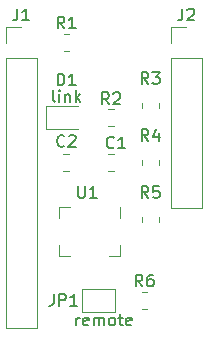
<source format=gto>
G04 #@! TF.GenerationSoftware,KiCad,Pcbnew,6.0.6-3a73a75311~116~ubuntu22.04.1*
G04 #@! TF.CreationDate,2022-07-16T09:42:50-04:00*
G04 #@! TF.ProjectId,ltc4332_breakout,6c746334-3333-4325-9f62-7265616b6f75,0*
G04 #@! TF.SameCoordinates,Original*
G04 #@! TF.FileFunction,Legend,Top*
G04 #@! TF.FilePolarity,Positive*
%FSLAX46Y46*%
G04 Gerber Fmt 4.6, Leading zero omitted, Abs format (unit mm)*
G04 Created by KiCad (PCBNEW 6.0.6-3a73a75311~116~ubuntu22.04.1) date 2022-07-16 09:42:50*
%MOMM*%
%LPD*%
G01*
G04 APERTURE LIST*
%ADD10C,0.150000*%
%ADD11C,0.120000*%
%ADD12R,1.700000X1.700000*%
%ADD13O,1.700000X1.700000*%
%ADD14C,5.600000*%
%ADD15R,3.650000X2.650000*%
G04 APERTURE END LIST*
D10*
X144986666Y-114752380D02*
X144986666Y-114085714D01*
X144986666Y-114276190D02*
X145034285Y-114180952D01*
X145081904Y-114133333D01*
X145177142Y-114085714D01*
X145272380Y-114085714D01*
X145986666Y-114704761D02*
X145891428Y-114752380D01*
X145700952Y-114752380D01*
X145605714Y-114704761D01*
X145558095Y-114609523D01*
X145558095Y-114228571D01*
X145605714Y-114133333D01*
X145700952Y-114085714D01*
X145891428Y-114085714D01*
X145986666Y-114133333D01*
X146034285Y-114228571D01*
X146034285Y-114323809D01*
X145558095Y-114419047D01*
X146462857Y-114752380D02*
X146462857Y-114085714D01*
X146462857Y-114180952D02*
X146510476Y-114133333D01*
X146605714Y-114085714D01*
X146748571Y-114085714D01*
X146843809Y-114133333D01*
X146891428Y-114228571D01*
X146891428Y-114752380D01*
X146891428Y-114228571D02*
X146939047Y-114133333D01*
X147034285Y-114085714D01*
X147177142Y-114085714D01*
X147272380Y-114133333D01*
X147320000Y-114228571D01*
X147320000Y-114752380D01*
X147939047Y-114752380D02*
X147843809Y-114704761D01*
X147796190Y-114657142D01*
X147748571Y-114561904D01*
X147748571Y-114276190D01*
X147796190Y-114180952D01*
X147843809Y-114133333D01*
X147939047Y-114085714D01*
X148081904Y-114085714D01*
X148177142Y-114133333D01*
X148224761Y-114180952D01*
X148272380Y-114276190D01*
X148272380Y-114561904D01*
X148224761Y-114657142D01*
X148177142Y-114704761D01*
X148081904Y-114752380D01*
X147939047Y-114752380D01*
X148558095Y-114085714D02*
X148939047Y-114085714D01*
X148700952Y-113752380D02*
X148700952Y-114609523D01*
X148748571Y-114704761D01*
X148843809Y-114752380D01*
X148939047Y-114752380D01*
X149653333Y-114704761D02*
X149558095Y-114752380D01*
X149367619Y-114752380D01*
X149272380Y-114704761D01*
X149224761Y-114609523D01*
X149224761Y-114228571D01*
X149272380Y-114133333D01*
X149367619Y-114085714D01*
X149558095Y-114085714D01*
X149653333Y-114133333D01*
X149700952Y-114228571D01*
X149700952Y-114323809D01*
X149224761Y-114419047D01*
X143168809Y-95829380D02*
X143073571Y-95781761D01*
X143025952Y-95686523D01*
X143025952Y-94829380D01*
X143549761Y-95829380D02*
X143549761Y-95162714D01*
X143549761Y-94829380D02*
X143502142Y-94877000D01*
X143549761Y-94924619D01*
X143597380Y-94877000D01*
X143549761Y-94829380D01*
X143549761Y-94924619D01*
X144025952Y-95162714D02*
X144025952Y-95829380D01*
X144025952Y-95257952D02*
X144073571Y-95210333D01*
X144168809Y-95162714D01*
X144311666Y-95162714D01*
X144406904Y-95210333D01*
X144454523Y-95305571D01*
X144454523Y-95829380D01*
X144930714Y-95829380D02*
X144930714Y-94829380D01*
X145025952Y-95448428D02*
X145311666Y-95829380D01*
X145311666Y-95162714D02*
X144930714Y-95543666D01*
X140001666Y-87927380D02*
X140001666Y-88641666D01*
X139954047Y-88784523D01*
X139858809Y-88879761D01*
X139715952Y-88927380D01*
X139620714Y-88927380D01*
X141001666Y-88927380D02*
X140430238Y-88927380D01*
X140715952Y-88927380D02*
X140715952Y-87927380D01*
X140620714Y-88070238D01*
X140525476Y-88165476D01*
X140430238Y-88213095D01*
X151090333Y-99131380D02*
X150757000Y-98655190D01*
X150518904Y-99131380D02*
X150518904Y-98131380D01*
X150899857Y-98131380D01*
X150995095Y-98179000D01*
X151042714Y-98226619D01*
X151090333Y-98321857D01*
X151090333Y-98464714D01*
X151042714Y-98559952D01*
X150995095Y-98607571D01*
X150899857Y-98655190D01*
X150518904Y-98655190D01*
X151947476Y-98464714D02*
X151947476Y-99131380D01*
X151709380Y-98083761D02*
X151471285Y-98798047D01*
X152090333Y-98798047D01*
X148169333Y-99671142D02*
X148121714Y-99718761D01*
X147978857Y-99766380D01*
X147883619Y-99766380D01*
X147740761Y-99718761D01*
X147645523Y-99623523D01*
X147597904Y-99528285D01*
X147550285Y-99337809D01*
X147550285Y-99194952D01*
X147597904Y-99004476D01*
X147645523Y-98909238D01*
X147740761Y-98814000D01*
X147883619Y-98766380D01*
X147978857Y-98766380D01*
X148121714Y-98814000D01*
X148169333Y-98861619D01*
X149121714Y-99766380D02*
X148550285Y-99766380D01*
X148836000Y-99766380D02*
X148836000Y-98766380D01*
X148740761Y-98909238D01*
X148645523Y-99004476D01*
X148550285Y-99052095D01*
X153971666Y-87927380D02*
X153971666Y-88641666D01*
X153924047Y-88784523D01*
X153828809Y-88879761D01*
X153685952Y-88927380D01*
X153590714Y-88927380D01*
X154400238Y-88022619D02*
X154447857Y-87975000D01*
X154543095Y-87927380D01*
X154781190Y-87927380D01*
X154876428Y-87975000D01*
X154924047Y-88022619D01*
X154971666Y-88117857D01*
X154971666Y-88213095D01*
X154924047Y-88355952D01*
X154352619Y-88927380D01*
X154971666Y-88927380D01*
X151090333Y-94310380D02*
X150757000Y-93834190D01*
X150518904Y-94310380D02*
X150518904Y-93310380D01*
X150899857Y-93310380D01*
X150995095Y-93358000D01*
X151042714Y-93405619D01*
X151090333Y-93500857D01*
X151090333Y-93643714D01*
X151042714Y-93738952D01*
X150995095Y-93786571D01*
X150899857Y-93834190D01*
X150518904Y-93834190D01*
X151423666Y-93310380D02*
X152042714Y-93310380D01*
X151709380Y-93691333D01*
X151852238Y-93691333D01*
X151947476Y-93738952D01*
X151995095Y-93786571D01*
X152042714Y-93881809D01*
X152042714Y-94119904D01*
X151995095Y-94215142D01*
X151947476Y-94262761D01*
X151852238Y-94310380D01*
X151566523Y-94310380D01*
X151471285Y-94262761D01*
X151423666Y-94215142D01*
X147750833Y-96032580D02*
X147417500Y-95556390D01*
X147179404Y-96032580D02*
X147179404Y-95032580D01*
X147560357Y-95032580D01*
X147655595Y-95080200D01*
X147703214Y-95127819D01*
X147750833Y-95223057D01*
X147750833Y-95365914D01*
X147703214Y-95461152D01*
X147655595Y-95508771D01*
X147560357Y-95556390D01*
X147179404Y-95556390D01*
X148131785Y-95127819D02*
X148179404Y-95080200D01*
X148274642Y-95032580D01*
X148512738Y-95032580D01*
X148607976Y-95080200D01*
X148655595Y-95127819D01*
X148703214Y-95223057D01*
X148703214Y-95318295D01*
X148655595Y-95461152D01*
X148084166Y-96032580D01*
X148703214Y-96032580D01*
X143406904Y-94432380D02*
X143406904Y-93432380D01*
X143645000Y-93432380D01*
X143787857Y-93480000D01*
X143883095Y-93575238D01*
X143930714Y-93670476D01*
X143978333Y-93860952D01*
X143978333Y-94003809D01*
X143930714Y-94194285D01*
X143883095Y-94289523D01*
X143787857Y-94384761D01*
X143645000Y-94432380D01*
X143406904Y-94432380D01*
X144930714Y-94432380D02*
X144359285Y-94432380D01*
X144645000Y-94432380D02*
X144645000Y-93432380D01*
X144549761Y-93575238D01*
X144454523Y-93670476D01*
X144359285Y-93718095D01*
X145148595Y-102957380D02*
X145148595Y-103766904D01*
X145196214Y-103862142D01*
X145243833Y-103909761D01*
X145339071Y-103957380D01*
X145529547Y-103957380D01*
X145624785Y-103909761D01*
X145672404Y-103862142D01*
X145720023Y-103766904D01*
X145720023Y-102957380D01*
X146720023Y-103957380D02*
X146148595Y-103957380D01*
X146434309Y-103957380D02*
X146434309Y-102957380D01*
X146339071Y-103100238D01*
X146243833Y-103195476D01*
X146148595Y-103243095D01*
X143978333Y-99544142D02*
X143930714Y-99591761D01*
X143787857Y-99639380D01*
X143692619Y-99639380D01*
X143549761Y-99591761D01*
X143454523Y-99496523D01*
X143406904Y-99401285D01*
X143359285Y-99210809D01*
X143359285Y-99067952D01*
X143406904Y-98877476D01*
X143454523Y-98782238D01*
X143549761Y-98687000D01*
X143692619Y-98639380D01*
X143787857Y-98639380D01*
X143930714Y-98687000D01*
X143978333Y-98734619D01*
X144359285Y-98734619D02*
X144406904Y-98687000D01*
X144502142Y-98639380D01*
X144740238Y-98639380D01*
X144835476Y-98687000D01*
X144883095Y-98734619D01*
X144930714Y-98829857D01*
X144930714Y-98925095D01*
X144883095Y-99067952D01*
X144311666Y-99639380D01*
X144930714Y-99639380D01*
X151090333Y-103962380D02*
X150757000Y-103486190D01*
X150518904Y-103962380D02*
X150518904Y-102962380D01*
X150899857Y-102962380D01*
X150995095Y-103010000D01*
X151042714Y-103057619D01*
X151090333Y-103152857D01*
X151090333Y-103295714D01*
X151042714Y-103390952D01*
X150995095Y-103438571D01*
X150899857Y-103486190D01*
X150518904Y-103486190D01*
X151995095Y-102962380D02*
X151518904Y-102962380D01*
X151471285Y-103438571D01*
X151518904Y-103390952D01*
X151614142Y-103343333D01*
X151852238Y-103343333D01*
X151947476Y-103390952D01*
X151995095Y-103438571D01*
X152042714Y-103533809D01*
X152042714Y-103771904D01*
X151995095Y-103867142D01*
X151947476Y-103914761D01*
X151852238Y-103962380D01*
X151614142Y-103962380D01*
X151518904Y-103914761D01*
X151471285Y-103867142D01*
X143965833Y-89607380D02*
X143632500Y-89131190D01*
X143394404Y-89607380D02*
X143394404Y-88607380D01*
X143775357Y-88607380D01*
X143870595Y-88655000D01*
X143918214Y-88702619D01*
X143965833Y-88797857D01*
X143965833Y-88940714D01*
X143918214Y-89035952D01*
X143870595Y-89083571D01*
X143775357Y-89131190D01*
X143394404Y-89131190D01*
X144918214Y-89607380D02*
X144346785Y-89607380D01*
X144632500Y-89607380D02*
X144632500Y-88607380D01*
X144537261Y-88750238D01*
X144442023Y-88845476D01*
X144346785Y-88893095D01*
X143057666Y-112101380D02*
X143057666Y-112815666D01*
X143010047Y-112958523D01*
X142914809Y-113053761D01*
X142771952Y-113101380D01*
X142676714Y-113101380D01*
X143533857Y-113101380D02*
X143533857Y-112101380D01*
X143914809Y-112101380D01*
X144010047Y-112149000D01*
X144057666Y-112196619D01*
X144105285Y-112291857D01*
X144105285Y-112434714D01*
X144057666Y-112529952D01*
X144010047Y-112577571D01*
X143914809Y-112625190D01*
X143533857Y-112625190D01*
X145057666Y-113101380D02*
X144486238Y-113101380D01*
X144771952Y-113101380D02*
X144771952Y-112101380D01*
X144676714Y-112244238D01*
X144581476Y-112339476D01*
X144486238Y-112387095D01*
X150582333Y-111451380D02*
X150249000Y-110975190D01*
X150010904Y-111451380D02*
X150010904Y-110451380D01*
X150391857Y-110451380D01*
X150487095Y-110499000D01*
X150534714Y-110546619D01*
X150582333Y-110641857D01*
X150582333Y-110784714D01*
X150534714Y-110879952D01*
X150487095Y-110927571D01*
X150391857Y-110975190D01*
X150010904Y-110975190D01*
X151439476Y-110451380D02*
X151249000Y-110451380D01*
X151153761Y-110499000D01*
X151106142Y-110546619D01*
X151010904Y-110689476D01*
X150963285Y-110879952D01*
X150963285Y-111260904D01*
X151010904Y-111356142D01*
X151058523Y-111403761D01*
X151153761Y-111451380D01*
X151344238Y-111451380D01*
X151439476Y-111403761D01*
X151487095Y-111356142D01*
X151534714Y-111260904D01*
X151534714Y-111022809D01*
X151487095Y-110927571D01*
X151439476Y-110879952D01*
X151344238Y-110832333D01*
X151153761Y-110832333D01*
X151058523Y-110879952D01*
X151010904Y-110927571D01*
X150963285Y-111022809D01*
D11*
X139005000Y-92075000D02*
X139005000Y-114995000D01*
X139005000Y-90805000D02*
X139005000Y-89475000D01*
X139005000Y-114995000D02*
X141665000Y-114995000D01*
X139005000Y-89475000D02*
X140335000Y-89475000D01*
X141665000Y-92075000D02*
X141665000Y-114995000D01*
X139005000Y-92075000D02*
X141665000Y-92075000D01*
X151992000Y-100732936D02*
X151992000Y-101187064D01*
X150522000Y-100732936D02*
X150522000Y-101187064D01*
X147693748Y-100230000D02*
X148216252Y-100230000D01*
X147693748Y-101700000D02*
X148216252Y-101700000D01*
X152975000Y-92075000D02*
X152975000Y-104835000D01*
X152975000Y-104835000D02*
X155635000Y-104835000D01*
X152975000Y-90805000D02*
X152975000Y-89475000D01*
X155635000Y-92075000D02*
X155635000Y-104835000D01*
X152975000Y-92075000D02*
X155635000Y-92075000D01*
X152975000Y-89475000D02*
X154305000Y-89475000D01*
X150522000Y-95911936D02*
X150522000Y-96366064D01*
X151992000Y-95911936D02*
X151992000Y-96366064D01*
X148144564Y-96420000D02*
X147690436Y-96420000D01*
X148144564Y-97890000D02*
X147690436Y-97890000D01*
X145132500Y-96195000D02*
X142447500Y-96195000D01*
X142447500Y-98115000D02*
X145132500Y-98115000D01*
X142447500Y-96195000D02*
X142447500Y-98115000D01*
X148708500Y-105672000D02*
X148708500Y-104697000D01*
X143488500Y-107942000D02*
X143488500Y-108917000D01*
X148708500Y-107942000D02*
X148708500Y-108917000D01*
X143488500Y-108917000D02*
X144463500Y-108917000D01*
X148708500Y-108917000D02*
X147733500Y-108917000D01*
X143488500Y-105672000D02*
X143488500Y-104697000D01*
X143488500Y-104697000D02*
X144463500Y-104697000D01*
X144406252Y-100230000D02*
X143883748Y-100230000D01*
X144406252Y-101700000D02*
X143883748Y-101700000D01*
X151992000Y-106018064D02*
X151992000Y-105563936D01*
X150522000Y-106018064D02*
X150522000Y-105563936D01*
X143905436Y-90070000D02*
X144359564Y-90070000D01*
X143905436Y-91540000D02*
X144359564Y-91540000D01*
X148302000Y-113649000D02*
X145502000Y-113649000D01*
X145502000Y-111649000D02*
X148302000Y-111649000D01*
X148302000Y-111649000D02*
X148302000Y-113649000D01*
X145502000Y-113649000D02*
X145502000Y-111649000D01*
X150521936Y-113384000D02*
X150976064Y-113384000D01*
X150521936Y-111914000D02*
X150976064Y-111914000D01*
%LPC*%
D12*
X140335000Y-90805000D03*
D13*
X140335000Y-93345000D03*
X140335000Y-95885000D03*
X140335000Y-98425000D03*
X140335000Y-100965000D03*
X140335000Y-103505000D03*
X140335000Y-106045000D03*
X140335000Y-108585000D03*
X140335000Y-111125000D03*
X140335000Y-113665000D03*
G36*
G01*
X150807000Y-99535000D02*
X151707000Y-99535000D01*
G75*
G02*
X151957000Y-99785000I0J-250000D01*
G01*
X151957000Y-100310000D01*
G75*
G02*
X151707000Y-100560000I-250000J0D01*
G01*
X150807000Y-100560000D01*
G75*
G02*
X150557000Y-100310000I0J250000D01*
G01*
X150557000Y-99785000D01*
G75*
G02*
X150807000Y-99535000I250000J0D01*
G01*
G37*
G36*
G01*
X150807000Y-101360000D02*
X151707000Y-101360000D01*
G75*
G02*
X151957000Y-101610000I0J-250000D01*
G01*
X151957000Y-102135000D01*
G75*
G02*
X151707000Y-102385000I-250000J0D01*
G01*
X150807000Y-102385000D01*
G75*
G02*
X150557000Y-102135000I0J250000D01*
G01*
X150557000Y-101610000D01*
G75*
G02*
X150807000Y-101360000I250000J0D01*
G01*
G37*
G36*
G01*
X146505000Y-101440000D02*
X146505000Y-100490000D01*
G75*
G02*
X146755000Y-100240000I250000J0D01*
G01*
X147255000Y-100240000D01*
G75*
G02*
X147505000Y-100490000I0J-250000D01*
G01*
X147505000Y-101440000D01*
G75*
G02*
X147255000Y-101690000I-250000J0D01*
G01*
X146755000Y-101690000D01*
G75*
G02*
X146505000Y-101440000I0J250000D01*
G01*
G37*
G36*
G01*
X148405000Y-101440000D02*
X148405000Y-100490000D01*
G75*
G02*
X148655000Y-100240000I250000J0D01*
G01*
X149155000Y-100240000D01*
G75*
G02*
X149405000Y-100490000I0J-250000D01*
G01*
X149405000Y-101440000D01*
G75*
G02*
X149155000Y-101690000I-250000J0D01*
G01*
X148655000Y-101690000D01*
G75*
G02*
X148405000Y-101440000I0J250000D01*
G01*
G37*
D12*
X154305000Y-90805000D03*
D13*
X154305000Y-93345000D03*
X154305000Y-95885000D03*
X154305000Y-98425000D03*
X154305000Y-100965000D03*
X154305000Y-103505000D03*
D14*
X147320000Y-118110000D03*
G36*
G01*
X150807000Y-94714000D02*
X151707000Y-94714000D01*
G75*
G02*
X151957000Y-94964000I0J-250000D01*
G01*
X151957000Y-95489000D01*
G75*
G02*
X151707000Y-95739000I-250000J0D01*
G01*
X150807000Y-95739000D01*
G75*
G02*
X150557000Y-95489000I0J250000D01*
G01*
X150557000Y-94964000D01*
G75*
G02*
X150807000Y-94714000I250000J0D01*
G01*
G37*
G36*
G01*
X150807000Y-96539000D02*
X151707000Y-96539000D01*
G75*
G02*
X151957000Y-96789000I0J-250000D01*
G01*
X151957000Y-97314000D01*
G75*
G02*
X151707000Y-97564000I-250000J0D01*
G01*
X150807000Y-97564000D01*
G75*
G02*
X150557000Y-97314000I0J250000D01*
G01*
X150557000Y-96789000D01*
G75*
G02*
X150807000Y-96539000I250000J0D01*
G01*
G37*
G36*
G01*
X149342500Y-96705000D02*
X149342500Y-97605000D01*
G75*
G02*
X149092500Y-97855000I-250000J0D01*
G01*
X148567500Y-97855000D01*
G75*
G02*
X148317500Y-97605000I0J250000D01*
G01*
X148317500Y-96705000D01*
G75*
G02*
X148567500Y-96455000I250000J0D01*
G01*
X149092500Y-96455000D01*
G75*
G02*
X149342500Y-96705000I0J-250000D01*
G01*
G37*
G36*
G01*
X147517500Y-96705000D02*
X147517500Y-97605000D01*
G75*
G02*
X147267500Y-97855000I-250000J0D01*
G01*
X146742500Y-97855000D01*
G75*
G02*
X146492500Y-97605000I0J250000D01*
G01*
X146492500Y-96705000D01*
G75*
G02*
X146742500Y-96455000I250000J0D01*
G01*
X147267500Y-96455000D01*
G75*
G02*
X147517500Y-96705000I0J-250000D01*
G01*
G37*
X147320000Y-86360000D03*
G36*
G01*
X142707500Y-97611250D02*
X142707500Y-96698750D01*
G75*
G02*
X142951250Y-96455000I243750J0D01*
G01*
X143438750Y-96455000D01*
G75*
G02*
X143682500Y-96698750I0J-243750D01*
G01*
X143682500Y-97611250D01*
G75*
G02*
X143438750Y-97855000I-243750J0D01*
G01*
X142951250Y-97855000D01*
G75*
G02*
X142707500Y-97611250I0J243750D01*
G01*
G37*
G36*
G01*
X144582500Y-97611250D02*
X144582500Y-96698750D01*
G75*
G02*
X144826250Y-96455000I243750J0D01*
G01*
X145313750Y-96455000D01*
G75*
G02*
X145557500Y-96698750I0J-243750D01*
G01*
X145557500Y-97611250D01*
G75*
G02*
X145313750Y-97855000I-243750J0D01*
G01*
X144826250Y-97855000D01*
G75*
G02*
X144582500Y-97611250I0J243750D01*
G01*
G37*
G36*
G01*
X147286000Y-104432000D02*
X147411000Y-104432000D01*
G75*
G02*
X147473500Y-104494500I0J-62500D01*
G01*
X147473500Y-105219500D01*
G75*
G02*
X147411000Y-105282000I-62500J0D01*
G01*
X147286000Y-105282000D01*
G75*
G02*
X147223500Y-105219500I0J62500D01*
G01*
X147223500Y-104494500D01*
G75*
G02*
X147286000Y-104432000I62500J0D01*
G01*
G37*
G36*
G01*
X146786000Y-104432000D02*
X146911000Y-104432000D01*
G75*
G02*
X146973500Y-104494500I0J-62500D01*
G01*
X146973500Y-105219500D01*
G75*
G02*
X146911000Y-105282000I-62500J0D01*
G01*
X146786000Y-105282000D01*
G75*
G02*
X146723500Y-105219500I0J62500D01*
G01*
X146723500Y-104494500D01*
G75*
G02*
X146786000Y-104432000I62500J0D01*
G01*
G37*
G36*
G01*
X146286000Y-104432000D02*
X146411000Y-104432000D01*
G75*
G02*
X146473500Y-104494500I0J-62500D01*
G01*
X146473500Y-105219500D01*
G75*
G02*
X146411000Y-105282000I-62500J0D01*
G01*
X146286000Y-105282000D01*
G75*
G02*
X146223500Y-105219500I0J62500D01*
G01*
X146223500Y-104494500D01*
G75*
G02*
X146286000Y-104432000I62500J0D01*
G01*
G37*
G36*
G01*
X145786000Y-104432000D02*
X145911000Y-104432000D01*
G75*
G02*
X145973500Y-104494500I0J-62500D01*
G01*
X145973500Y-105219500D01*
G75*
G02*
X145911000Y-105282000I-62500J0D01*
G01*
X145786000Y-105282000D01*
G75*
G02*
X145723500Y-105219500I0J62500D01*
G01*
X145723500Y-104494500D01*
G75*
G02*
X145786000Y-104432000I62500J0D01*
G01*
G37*
G36*
G01*
X145286000Y-104432000D02*
X145411000Y-104432000D01*
G75*
G02*
X145473500Y-104494500I0J-62500D01*
G01*
X145473500Y-105219500D01*
G75*
G02*
X145411000Y-105282000I-62500J0D01*
G01*
X145286000Y-105282000D01*
G75*
G02*
X145223500Y-105219500I0J62500D01*
G01*
X145223500Y-104494500D01*
G75*
G02*
X145286000Y-104432000I62500J0D01*
G01*
G37*
G36*
G01*
X144786000Y-104432000D02*
X144911000Y-104432000D01*
G75*
G02*
X144973500Y-104494500I0J-62500D01*
G01*
X144973500Y-105219500D01*
G75*
G02*
X144911000Y-105282000I-62500J0D01*
G01*
X144786000Y-105282000D01*
G75*
G02*
X144723500Y-105219500I0J62500D01*
G01*
X144723500Y-104494500D01*
G75*
G02*
X144786000Y-104432000I62500J0D01*
G01*
G37*
G36*
G01*
X143286000Y-105932000D02*
X144011000Y-105932000D01*
G75*
G02*
X144073500Y-105994500I0J-62500D01*
G01*
X144073500Y-106119500D01*
G75*
G02*
X144011000Y-106182000I-62500J0D01*
G01*
X143286000Y-106182000D01*
G75*
G02*
X143223500Y-106119500I0J62500D01*
G01*
X143223500Y-105994500D01*
G75*
G02*
X143286000Y-105932000I62500J0D01*
G01*
G37*
G36*
G01*
X143286000Y-106432000D02*
X144011000Y-106432000D01*
G75*
G02*
X144073500Y-106494500I0J-62500D01*
G01*
X144073500Y-106619500D01*
G75*
G02*
X144011000Y-106682000I-62500J0D01*
G01*
X143286000Y-106682000D01*
G75*
G02*
X143223500Y-106619500I0J62500D01*
G01*
X143223500Y-106494500D01*
G75*
G02*
X143286000Y-106432000I62500J0D01*
G01*
G37*
G36*
G01*
X143286000Y-106932000D02*
X144011000Y-106932000D01*
G75*
G02*
X144073500Y-106994500I0J-62500D01*
G01*
X144073500Y-107119500D01*
G75*
G02*
X144011000Y-107182000I-62500J0D01*
G01*
X143286000Y-107182000D01*
G75*
G02*
X143223500Y-107119500I0J62500D01*
G01*
X143223500Y-106994500D01*
G75*
G02*
X143286000Y-106932000I62500J0D01*
G01*
G37*
G36*
G01*
X143286000Y-107432000D02*
X144011000Y-107432000D01*
G75*
G02*
X144073500Y-107494500I0J-62500D01*
G01*
X144073500Y-107619500D01*
G75*
G02*
X144011000Y-107682000I-62500J0D01*
G01*
X143286000Y-107682000D01*
G75*
G02*
X143223500Y-107619500I0J62500D01*
G01*
X143223500Y-107494500D01*
G75*
G02*
X143286000Y-107432000I62500J0D01*
G01*
G37*
G36*
G01*
X144786000Y-108332000D02*
X144911000Y-108332000D01*
G75*
G02*
X144973500Y-108394500I0J-62500D01*
G01*
X144973500Y-109119500D01*
G75*
G02*
X144911000Y-109182000I-62500J0D01*
G01*
X144786000Y-109182000D01*
G75*
G02*
X144723500Y-109119500I0J62500D01*
G01*
X144723500Y-108394500D01*
G75*
G02*
X144786000Y-108332000I62500J0D01*
G01*
G37*
G36*
G01*
X145286000Y-108332000D02*
X145411000Y-108332000D01*
G75*
G02*
X145473500Y-108394500I0J-62500D01*
G01*
X145473500Y-109119500D01*
G75*
G02*
X145411000Y-109182000I-62500J0D01*
G01*
X145286000Y-109182000D01*
G75*
G02*
X145223500Y-109119500I0J62500D01*
G01*
X145223500Y-108394500D01*
G75*
G02*
X145286000Y-108332000I62500J0D01*
G01*
G37*
G36*
G01*
X145786000Y-108332000D02*
X145911000Y-108332000D01*
G75*
G02*
X145973500Y-108394500I0J-62500D01*
G01*
X145973500Y-109119500D01*
G75*
G02*
X145911000Y-109182000I-62500J0D01*
G01*
X145786000Y-109182000D01*
G75*
G02*
X145723500Y-109119500I0J62500D01*
G01*
X145723500Y-108394500D01*
G75*
G02*
X145786000Y-108332000I62500J0D01*
G01*
G37*
G36*
G01*
X146286000Y-108332000D02*
X146411000Y-108332000D01*
G75*
G02*
X146473500Y-108394500I0J-62500D01*
G01*
X146473500Y-109119500D01*
G75*
G02*
X146411000Y-109182000I-62500J0D01*
G01*
X146286000Y-109182000D01*
G75*
G02*
X146223500Y-109119500I0J62500D01*
G01*
X146223500Y-108394500D01*
G75*
G02*
X146286000Y-108332000I62500J0D01*
G01*
G37*
G36*
G01*
X146786000Y-108332000D02*
X146911000Y-108332000D01*
G75*
G02*
X146973500Y-108394500I0J-62500D01*
G01*
X146973500Y-109119500D01*
G75*
G02*
X146911000Y-109182000I-62500J0D01*
G01*
X146786000Y-109182000D01*
G75*
G02*
X146723500Y-109119500I0J62500D01*
G01*
X146723500Y-108394500D01*
G75*
G02*
X146786000Y-108332000I62500J0D01*
G01*
G37*
G36*
G01*
X147286000Y-108332000D02*
X147411000Y-108332000D01*
G75*
G02*
X147473500Y-108394500I0J-62500D01*
G01*
X147473500Y-109119500D01*
G75*
G02*
X147411000Y-109182000I-62500J0D01*
G01*
X147286000Y-109182000D01*
G75*
G02*
X147223500Y-109119500I0J62500D01*
G01*
X147223500Y-108394500D01*
G75*
G02*
X147286000Y-108332000I62500J0D01*
G01*
G37*
G36*
G01*
X148186000Y-107432000D02*
X148911000Y-107432000D01*
G75*
G02*
X148973500Y-107494500I0J-62500D01*
G01*
X148973500Y-107619500D01*
G75*
G02*
X148911000Y-107682000I-62500J0D01*
G01*
X148186000Y-107682000D01*
G75*
G02*
X148123500Y-107619500I0J62500D01*
G01*
X148123500Y-107494500D01*
G75*
G02*
X148186000Y-107432000I62500J0D01*
G01*
G37*
G36*
G01*
X148186000Y-106932000D02*
X148911000Y-106932000D01*
G75*
G02*
X148973500Y-106994500I0J-62500D01*
G01*
X148973500Y-107119500D01*
G75*
G02*
X148911000Y-107182000I-62500J0D01*
G01*
X148186000Y-107182000D01*
G75*
G02*
X148123500Y-107119500I0J62500D01*
G01*
X148123500Y-106994500D01*
G75*
G02*
X148186000Y-106932000I62500J0D01*
G01*
G37*
G36*
G01*
X148186000Y-106432000D02*
X148911000Y-106432000D01*
G75*
G02*
X148973500Y-106494500I0J-62500D01*
G01*
X148973500Y-106619500D01*
G75*
G02*
X148911000Y-106682000I-62500J0D01*
G01*
X148186000Y-106682000D01*
G75*
G02*
X148123500Y-106619500I0J62500D01*
G01*
X148123500Y-106494500D01*
G75*
G02*
X148186000Y-106432000I62500J0D01*
G01*
G37*
G36*
G01*
X148186000Y-105932000D02*
X148911000Y-105932000D01*
G75*
G02*
X148973500Y-105994500I0J-62500D01*
G01*
X148973500Y-106119500D01*
G75*
G02*
X148911000Y-106182000I-62500J0D01*
G01*
X148186000Y-106182000D01*
G75*
G02*
X148123500Y-106119500I0J62500D01*
G01*
X148123500Y-105994500D01*
G75*
G02*
X148186000Y-105932000I62500J0D01*
G01*
G37*
D15*
X146098500Y-106807000D03*
G36*
G01*
X145595000Y-100490000D02*
X145595000Y-101440000D01*
G75*
G02*
X145345000Y-101690000I-250000J0D01*
G01*
X144845000Y-101690000D01*
G75*
G02*
X144595000Y-101440000I0J250000D01*
G01*
X144595000Y-100490000D01*
G75*
G02*
X144845000Y-100240000I250000J0D01*
G01*
X145345000Y-100240000D01*
G75*
G02*
X145595000Y-100490000I0J-250000D01*
G01*
G37*
G36*
G01*
X143695000Y-100490000D02*
X143695000Y-101440000D01*
G75*
G02*
X143445000Y-101690000I-250000J0D01*
G01*
X142945000Y-101690000D01*
G75*
G02*
X142695000Y-101440000I0J250000D01*
G01*
X142695000Y-100490000D01*
G75*
G02*
X142945000Y-100240000I250000J0D01*
G01*
X143445000Y-100240000D01*
G75*
G02*
X143695000Y-100490000I0J-250000D01*
G01*
G37*
G36*
G01*
X151707000Y-107216000D02*
X150807000Y-107216000D01*
G75*
G02*
X150557000Y-106966000I0J250000D01*
G01*
X150557000Y-106441000D01*
G75*
G02*
X150807000Y-106191000I250000J0D01*
G01*
X151707000Y-106191000D01*
G75*
G02*
X151957000Y-106441000I0J-250000D01*
G01*
X151957000Y-106966000D01*
G75*
G02*
X151707000Y-107216000I-250000J0D01*
G01*
G37*
G36*
G01*
X151707000Y-105391000D02*
X150807000Y-105391000D01*
G75*
G02*
X150557000Y-105141000I0J250000D01*
G01*
X150557000Y-104616000D01*
G75*
G02*
X150807000Y-104366000I250000J0D01*
G01*
X151707000Y-104366000D01*
G75*
G02*
X151957000Y-104616000I0J-250000D01*
G01*
X151957000Y-105141000D01*
G75*
G02*
X151707000Y-105391000I-250000J0D01*
G01*
G37*
G36*
G01*
X142707500Y-91255000D02*
X142707500Y-90355000D01*
G75*
G02*
X142957500Y-90105000I250000J0D01*
G01*
X143482500Y-90105000D01*
G75*
G02*
X143732500Y-90355000I0J-250000D01*
G01*
X143732500Y-91255000D01*
G75*
G02*
X143482500Y-91505000I-250000J0D01*
G01*
X142957500Y-91505000D01*
G75*
G02*
X142707500Y-91255000I0J250000D01*
G01*
G37*
G36*
G01*
X144532500Y-91255000D02*
X144532500Y-90355000D01*
G75*
G02*
X144782500Y-90105000I250000J0D01*
G01*
X145307500Y-90105000D01*
G75*
G02*
X145557500Y-90355000I0J-250000D01*
G01*
X145557500Y-91255000D01*
G75*
G02*
X145307500Y-91505000I-250000J0D01*
G01*
X144782500Y-91505000D01*
G75*
G02*
X144532500Y-91255000I0J250000D01*
G01*
G37*
G36*
X147177000Y-112649000D02*
G01*
X146677000Y-113399000D01*
X145677000Y-113399000D01*
X145677000Y-111899000D01*
X146677000Y-111899000D01*
X147177000Y-112649000D01*
G37*
G36*
X148127000Y-113399000D02*
G01*
X146977000Y-113399000D01*
X147477000Y-112649000D01*
X146977000Y-111899000D01*
X148127000Y-111899000D01*
X148127000Y-113399000D01*
G37*
G36*
G01*
X149324000Y-113099000D02*
X149324000Y-112199000D01*
G75*
G02*
X149574000Y-111949000I250000J0D01*
G01*
X150099000Y-111949000D01*
G75*
G02*
X150349000Y-112199000I0J-250000D01*
G01*
X150349000Y-113099000D01*
G75*
G02*
X150099000Y-113349000I-250000J0D01*
G01*
X149574000Y-113349000D01*
G75*
G02*
X149324000Y-113099000I0J250000D01*
G01*
G37*
G36*
G01*
X151149000Y-113099000D02*
X151149000Y-112199000D01*
G75*
G02*
X151399000Y-111949000I250000J0D01*
G01*
X151924000Y-111949000D01*
G75*
G02*
X152174000Y-112199000I0J-250000D01*
G01*
X152174000Y-113099000D01*
G75*
G02*
X151924000Y-113349000I-250000J0D01*
G01*
X151399000Y-113349000D01*
G75*
G02*
X151149000Y-113099000I0J250000D01*
G01*
G37*
M02*

</source>
